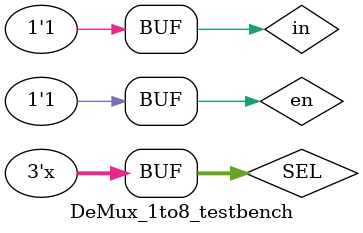
<source format=v>
`timescale 1ns / 1ps


module DeMux_1to8_testbench;

	// Inputs
	reg in;
	reg [2:0] SEL;
	reg en;
	// Outputs
	wire y7;
	wire y6;
	wire y5;
	wire y4;
	wire y3;
	wire y2;
	wire y1;
	wire y0;


	// Instantiate the Unit Under Test (UUT)
	DeMux_1to8 uut (
		.in(in), 
		.SEL(SEL), 
		.y7(y7), 
		.y6(y6), 
		.y5(y5), 
		.y4(y4), 
		.y3(y3), 
		.y2(y2), 
		.y1(y1), 
		.y0(y0), 
		.en(en)
	);

	initial begin
		// Initialize Inputs
		in = 0;
		SEL = 0;
		en = 0;
		// Wait 100 ns for global reset to finish
		#100;
        
		// Add stimulus here
		en = 1;
		in = 1;
	end
      	always 
	begin
		SEL[0] = ~SEL[0];
		#100;
	end
	always
	begin
		SEL[1] = ~SEL[1];
		#200;
	end
	always
	begin
		SEL[2] = ~SEL[2];
		#400;
	end
endmodule


</source>
